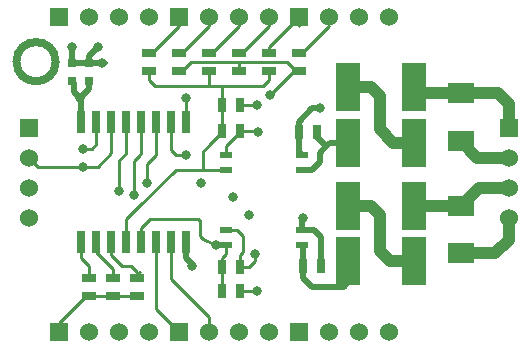
<source format=gtl>
G04 #@! TF.FileFunction,Copper,L1,Top,Signal*
%FSLAX46Y46*%
G04 Gerber Fmt 4.6, Leading zero omitted, Abs format (unit mm)*
G04 Created by KiCad (PCBNEW (2015-01-16 BZR 5376)-product) date 25/06/2015 00:14:29*
%MOMM*%
G01*
G04 APERTURE LIST*
%ADD10C,0.150000*%
%ADD11C,0.381000*%
%ADD12R,0.635000X1.905000*%
%ADD13R,0.635000X1.143000*%
%ADD14R,1.143000X0.635000*%
%ADD15R,1.524000X1.524000*%
%ADD16C,1.524000*%
%ADD17R,2.199640X1.800860*%
%ADD18R,2.032000X4.064000*%
%ADD19R,0.998220X0.497840*%
%ADD20R,0.750000X0.800000*%
%ADD21C,0.800100*%
%ADD22C,0.254000*%
%ADD23C,0.508000*%
%ADD24C,1.000760*%
G04 APERTURE END LIST*
D10*
D11*
X88524080Y-49530000D02*
G75*
G03X88524080Y-49530000I-1529080J0D01*
G01*
X88785700Y-49530000D02*
G75*
G03X88785700Y-49530000I-1790700J0D01*
G01*
D12*
X90805000Y-64770000D03*
X92075000Y-64770000D03*
X93345000Y-64770000D03*
X94615000Y-64770000D03*
X95885000Y-64770000D03*
X97155000Y-64770000D03*
X98425000Y-64770000D03*
X99695000Y-64770000D03*
X99695000Y-54610000D03*
X98425000Y-54610000D03*
X97155000Y-54610000D03*
X95885000Y-54610000D03*
X94615000Y-54610000D03*
X93345000Y-54610000D03*
X92075000Y-54610000D03*
X90805000Y-54610000D03*
D13*
X102743000Y-66929000D03*
X104267000Y-66929000D03*
X104267000Y-68961000D03*
X102743000Y-68961000D03*
X102743000Y-55372000D03*
X104267000Y-55372000D03*
X104267000Y-53213000D03*
X102743000Y-53213000D03*
D14*
X91440000Y-69342000D03*
X91440000Y-67818000D03*
X93472000Y-69342000D03*
X93472000Y-67818000D03*
X95504000Y-69342000D03*
X95504000Y-67818000D03*
X96520000Y-48768000D03*
X96520000Y-50292000D03*
X99060000Y-48768000D03*
X99060000Y-50292000D03*
X101600000Y-48768000D03*
X101600000Y-50292000D03*
X104140000Y-48768000D03*
X104140000Y-50292000D03*
X106680000Y-48768000D03*
X106680000Y-50292000D03*
X109220000Y-48768000D03*
X109220000Y-50292000D03*
D15*
X127000000Y-55118000D03*
D16*
X127000000Y-57658000D03*
X127000000Y-60198000D03*
X127000000Y-62738000D03*
D15*
X109220000Y-45720000D03*
D16*
X111760000Y-45720000D03*
X114300000Y-45720000D03*
X116840000Y-45720000D03*
D15*
X99060000Y-45720000D03*
D16*
X101600000Y-45720000D03*
X104140000Y-45720000D03*
X106680000Y-45720000D03*
D15*
X88900000Y-45720000D03*
D16*
X91440000Y-45720000D03*
X93980000Y-45720000D03*
X96520000Y-45720000D03*
D15*
X109220000Y-72390000D03*
D16*
X111760000Y-72390000D03*
X114300000Y-72390000D03*
X116840000Y-72390000D03*
D15*
X99060000Y-72390000D03*
D16*
X101600000Y-72390000D03*
X104140000Y-72390000D03*
X106680000Y-72390000D03*
D15*
X88900000Y-72390000D03*
D16*
X91440000Y-72390000D03*
X93980000Y-72390000D03*
X96520000Y-72390000D03*
D15*
X86360000Y-55118000D03*
D16*
X86360000Y-57658000D03*
X86360000Y-60198000D03*
X86360000Y-62738000D03*
D17*
X122936000Y-65760600D03*
X122936000Y-61747400D03*
X122936000Y-56235600D03*
X122936000Y-52222400D03*
D18*
X113411000Y-66421000D03*
X118999000Y-66421000D03*
X113411000Y-61722000D03*
X118999000Y-61722000D03*
X113411000Y-51689000D03*
X118999000Y-51689000D03*
X113411000Y-56388000D03*
X118999000Y-56388000D03*
D13*
X111125000Y-66802000D03*
X109601000Y-66802000D03*
X109220000Y-55499000D03*
X110744000Y-55499000D03*
D19*
X109537500Y-58674000D03*
X109537500Y-57404000D03*
X103060500Y-57404000D03*
X103060500Y-58674000D03*
X109537500Y-65024000D03*
X109537500Y-63754000D03*
X103060500Y-63754000D03*
X103060500Y-65024000D03*
D20*
X91440000Y-51169000D03*
X91440000Y-49669000D03*
X90043000Y-51169000D03*
X90043000Y-49669000D03*
D21*
X105029000Y-62484000D03*
X93980000Y-60452000D03*
X90932000Y-58420000D03*
X90932000Y-56896000D03*
X110998000Y-53467000D03*
X102235000Y-65024000D03*
X106807000Y-52324000D03*
X109601000Y-62738000D03*
X99695000Y-52578000D03*
X99695000Y-57404000D03*
X100965000Y-59817000D03*
X96393000Y-59817000D03*
X95250000Y-60833000D03*
X103632000Y-60960000D03*
X92571000Y-49669000D03*
X92202000Y-48260000D03*
X105537000Y-65786000D03*
X100203000Y-66802000D03*
X105791000Y-55499000D03*
X90043000Y-48260000D03*
X90678000Y-52578000D03*
X105664000Y-68961000D03*
X105664000Y-53213000D03*
D22*
X94615000Y-57277000D02*
X93980000Y-57912000D01*
X93980000Y-58547000D02*
X93980000Y-60452000D01*
X94615000Y-54610000D02*
X94615000Y-57277000D01*
X93980000Y-57912000D02*
X93980000Y-58547000D01*
X93345000Y-56388000D02*
X93345000Y-54610000D01*
X93345000Y-54610000D02*
X93345000Y-56388000D01*
X92202000Y-58420000D02*
X93345000Y-57277000D01*
X90932000Y-58420000D02*
X92202000Y-58420000D01*
X93345000Y-57277000D02*
X93345000Y-54610000D01*
X87122000Y-58420000D02*
X86360000Y-57658000D01*
X90932000Y-58420000D02*
X87122000Y-58420000D01*
X92075000Y-56515000D02*
X92075000Y-54610000D01*
X90932000Y-56896000D02*
X91694000Y-56896000D01*
X91694000Y-56896000D02*
X92075000Y-56515000D01*
X102743000Y-53213000D02*
X102743000Y-51562000D01*
X104902000Y-51562000D02*
X106172000Y-51562000D01*
X102743000Y-51562000D02*
X104902000Y-51562000D01*
X106172000Y-51562000D02*
X106680000Y-51054000D01*
X106680000Y-51054000D02*
X106680000Y-50292000D01*
X101727000Y-56515000D02*
X101092000Y-57150000D01*
X101092000Y-57150000D02*
X101092000Y-58674000D01*
X103060500Y-58674000D02*
X101092000Y-58674000D01*
X101092000Y-58674000D02*
X98806000Y-58674000D01*
X94615000Y-62865000D02*
X94615000Y-64770000D01*
X95631000Y-61849000D02*
X94615000Y-62865000D01*
X98806000Y-58674000D02*
X95631000Y-61849000D01*
X102743000Y-55372000D02*
X102743000Y-55499000D01*
X102743000Y-55499000D02*
X101727000Y-56515000D01*
X102108000Y-58674000D02*
X103060500Y-58674000D01*
X102743000Y-53213000D02*
X102743000Y-55372000D01*
X97028000Y-51562000D02*
X101600000Y-51562000D01*
X101600000Y-50292000D02*
X101600000Y-51562000D01*
X96520000Y-51054000D02*
X97028000Y-51562000D01*
X96520000Y-50292000D02*
X96520000Y-51054000D01*
X101600000Y-51562000D02*
X102743000Y-51562000D01*
D23*
X109220000Y-55499000D02*
X109220000Y-54610000D01*
X110363000Y-53467000D02*
X110998000Y-53467000D01*
X109220000Y-54610000D02*
X110363000Y-53467000D01*
X109220000Y-55499000D02*
X109220000Y-57086500D01*
X109220000Y-57086500D02*
X109537500Y-57404000D01*
D24*
X127000000Y-57658000D02*
X124358400Y-57658000D01*
X124358400Y-57658000D02*
X122936000Y-56235600D01*
X122936000Y-52222400D02*
X119532400Y-52222400D01*
X119532400Y-52222400D02*
X118999000Y-51689000D01*
X127000000Y-55118000D02*
X127000000Y-53086000D01*
X126136400Y-52222400D02*
X122936000Y-52222400D01*
X127000000Y-53086000D02*
X126136400Y-52222400D01*
D22*
X106807000Y-52324000D02*
X108839000Y-50292000D01*
X108839000Y-50292000D02*
X109220000Y-50292000D01*
X100838000Y-62928500D02*
X100838000Y-64262000D01*
X100838000Y-64262000D02*
X101092000Y-64516000D01*
X100774500Y-62928500D02*
X100838000Y-62928500D01*
X96647000Y-62865000D02*
X100076000Y-62865000D01*
X95885000Y-64770000D02*
X95885000Y-63627000D01*
X96647000Y-62865000D02*
X95885000Y-63627000D01*
X102235000Y-65024000D02*
X103060500Y-65024000D01*
X101092000Y-64516000D02*
X102235000Y-65024000D01*
X100711000Y-62865000D02*
X100774500Y-62928500D01*
X100076000Y-62865000D02*
X100711000Y-62865000D01*
X102743000Y-66929000D02*
X102743000Y-66167000D01*
X103060500Y-65849500D02*
X103060500Y-65024000D01*
X102743000Y-66167000D02*
X103060500Y-65849500D01*
X102743000Y-68961000D02*
X102743000Y-66929000D01*
X100076000Y-49530000D02*
X104140000Y-49530000D01*
X108966000Y-50292000D02*
X109220000Y-50292000D01*
X99060000Y-50292000D02*
X99314000Y-50292000D01*
X104140000Y-49530000D02*
X108204000Y-49530000D01*
X108204000Y-49530000D02*
X108966000Y-50292000D01*
X99314000Y-50292000D02*
X100076000Y-49530000D01*
X104140000Y-50292000D02*
X104140000Y-49530000D01*
X109474000Y-50292000D02*
X109220000Y-50292000D01*
D23*
X109537500Y-63754000D02*
X109537500Y-62801500D01*
X109537500Y-62801500D02*
X109601000Y-62738000D01*
X111125000Y-66802000D02*
X111125000Y-64389000D01*
X110490000Y-63754000D02*
X109537500Y-63754000D01*
X111125000Y-64389000D02*
X110490000Y-63754000D01*
D24*
X127000000Y-62738000D02*
X127000000Y-64643000D01*
X125882400Y-65760600D02*
X122936000Y-65760600D01*
X127000000Y-64643000D02*
X125882400Y-65760600D01*
X122936000Y-61747400D02*
X119024400Y-61747400D01*
X119024400Y-61747400D02*
X118999000Y-61722000D01*
X127000000Y-60198000D02*
X124485400Y-60198000D01*
X124485400Y-60198000D02*
X122936000Y-61747400D01*
D22*
X97155000Y-70358000D02*
X97155000Y-70485000D01*
X97155000Y-70485000D02*
X99060000Y-72390000D01*
X96520000Y-48768000D02*
X96774000Y-48768000D01*
X97155000Y-70485000D02*
X99060000Y-72390000D01*
X97155000Y-64770000D02*
X97155000Y-70485000D01*
X99060000Y-46482000D02*
X99060000Y-45720000D01*
X98425000Y-71755000D02*
X99060000Y-72390000D01*
X96774000Y-48768000D02*
X99060000Y-46482000D01*
X98425000Y-67945000D02*
X101600000Y-71120000D01*
X99060000Y-48768000D02*
X99314000Y-48768000D01*
X98425000Y-64770000D02*
X98425000Y-67945000D01*
X101600000Y-71120000D02*
X101600000Y-72390000D01*
X99314000Y-48768000D02*
X101600000Y-46482000D01*
X101600000Y-46482000D02*
X101600000Y-45720000D01*
X99695000Y-54610000D02*
X99695000Y-52578000D01*
X104140000Y-46482000D02*
X104140000Y-45720000D01*
X101854000Y-48768000D02*
X104140000Y-46482000D01*
X101600000Y-48768000D02*
X101854000Y-48768000D01*
X99695000Y-54610000D02*
X99695000Y-52959000D01*
X98806000Y-57404000D02*
X99695000Y-57404000D01*
X98425000Y-57023000D02*
X98806000Y-57404000D01*
X98425000Y-54610000D02*
X98425000Y-57023000D01*
X106680000Y-46482000D02*
X106680000Y-45720000D01*
X104140000Y-48768000D02*
X104394000Y-48768000D01*
X104394000Y-48768000D02*
X106680000Y-46482000D01*
X97155000Y-57404000D02*
X96393000Y-58166000D01*
X96393000Y-58166000D02*
X96393000Y-59817000D01*
X106680000Y-48768000D02*
X106934000Y-48768000D01*
X97155000Y-54610000D02*
X97155000Y-57404000D01*
X106680000Y-48768000D02*
X106680000Y-48260000D01*
X96393000Y-59817000D02*
X96393000Y-59563000D01*
X109220000Y-46482000D02*
X109220000Y-45720000D01*
X106680000Y-48260000D02*
X109220000Y-45720000D01*
X95758000Y-57404000D02*
X95885000Y-57277000D01*
X95885000Y-57277000D02*
X95885000Y-54610000D01*
X95250000Y-58547000D02*
X95250000Y-60833000D01*
X95250000Y-57912000D02*
X95250000Y-58547000D01*
X95758000Y-57404000D02*
X95250000Y-57912000D01*
X109474000Y-48768000D02*
X111760000Y-46482000D01*
X109220000Y-48768000D02*
X109474000Y-48768000D01*
D23*
X91440000Y-49669000D02*
X92825000Y-49669000D01*
D22*
X92825000Y-49669000D02*
X92571000Y-49669000D01*
D23*
X91440000Y-49669000D02*
X91440000Y-49022000D01*
X91440000Y-49022000D02*
X92202000Y-48260000D01*
X90043000Y-49669000D02*
X91440000Y-49669000D01*
D22*
X105537000Y-65786000D02*
X105537000Y-66421000D01*
X105029000Y-66929000D02*
X104267000Y-66929000D01*
X105537000Y-66421000D02*
X105029000Y-66929000D01*
X104521000Y-65405000D02*
X104521000Y-65659000D01*
X104521000Y-65659000D02*
X104267000Y-65913000D01*
X104521000Y-64262000D02*
X104521000Y-64897000D01*
X104013000Y-63754000D02*
X104521000Y-64262000D01*
X100203000Y-66802000D02*
X100203000Y-66675000D01*
D23*
X99695000Y-66167000D02*
X99695000Y-64770000D01*
X100203000Y-66675000D02*
X99695000Y-66167000D01*
D22*
X104267000Y-55372000D02*
X105664000Y-55372000D01*
X105664000Y-55372000D02*
X105791000Y-55499000D01*
X103060500Y-57404000D02*
X103060500Y-56705500D01*
X103060500Y-56705500D02*
X104267000Y-55499000D01*
X104267000Y-55499000D02*
X104267000Y-55372000D01*
X104267000Y-66929000D02*
X104267000Y-65913000D01*
X104521000Y-65405000D02*
X104521000Y-64897000D01*
X104013000Y-63754000D02*
X103060500Y-63754000D01*
X104521000Y-64897000D02*
X104521000Y-64389000D01*
X104521000Y-64389000D02*
X104521000Y-64262000D01*
D23*
X90043000Y-49669000D02*
X90043000Y-48260000D01*
X90678000Y-52578000D02*
X90170000Y-52070000D01*
X90170000Y-52070000D02*
X90170000Y-51296000D01*
D22*
X90170000Y-51296000D02*
X90043000Y-51169000D01*
D23*
X91440000Y-51169000D02*
X91440000Y-51816000D01*
D22*
X90805000Y-52705000D02*
X90678000Y-52578000D01*
D23*
X90805000Y-52705000D02*
X90805000Y-54610000D01*
X91440000Y-51816000D02*
X90678000Y-52578000D01*
D22*
X104267000Y-68961000D02*
X105664000Y-68961000D01*
X104267000Y-53213000D02*
X105664000Y-53213000D01*
X93472000Y-69342000D02*
X91440000Y-69342000D01*
X95504000Y-69342000D02*
X93472000Y-69342000D01*
X91186000Y-69342000D02*
X88900000Y-71628000D01*
X88900000Y-71628000D02*
X88900000Y-72390000D01*
X91440000Y-69342000D02*
X91186000Y-69342000D01*
D23*
X110744000Y-55499000D02*
X110744000Y-55880000D01*
X110744000Y-55880000D02*
X111569500Y-56705500D01*
X109537500Y-58674000D02*
X110363000Y-58674000D01*
X111887000Y-56388000D02*
X113411000Y-56388000D01*
X110998000Y-57277000D02*
X111569500Y-56705500D01*
X111569500Y-56705500D02*
X111887000Y-56388000D01*
X110998000Y-58039000D02*
X110998000Y-57277000D01*
X110363000Y-58674000D02*
X110998000Y-58039000D01*
X109601000Y-66802000D02*
X109601000Y-67818000D01*
X113030000Y-68580000D02*
X113411000Y-68199000D01*
X110363000Y-68580000D02*
X113030000Y-68580000D01*
X109601000Y-67818000D02*
X110363000Y-68580000D01*
X113411000Y-68199000D02*
X113411000Y-66421000D01*
X109601000Y-66802000D02*
X109601000Y-65087500D01*
X109601000Y-65087500D02*
X109537500Y-65024000D01*
D22*
X95504000Y-67818000D02*
X95250000Y-67818000D01*
X95504000Y-67564000D02*
X95758000Y-67310000D01*
X93345000Y-64770000D02*
X93345000Y-65913000D01*
X93345000Y-65913000D02*
X94234000Y-66802000D01*
X94234000Y-66802000D02*
X94996000Y-66802000D01*
X94996000Y-66802000D02*
X95504000Y-67310000D01*
X95504000Y-67310000D02*
X95504000Y-67818000D01*
X95504000Y-67818000D02*
X95504000Y-67564000D01*
X93472000Y-67056000D02*
X92075000Y-65659000D01*
X92075000Y-65659000D02*
X92075000Y-64770000D01*
X93472000Y-67818000D02*
X93472000Y-67056000D01*
X91440000Y-67818000D02*
X91440000Y-66802000D01*
X90805000Y-66167000D02*
X90805000Y-64770000D01*
X91440000Y-66802000D02*
X90805000Y-66167000D01*
D24*
X118999000Y-56388000D02*
X117221000Y-56388000D01*
X115316000Y-51689000D02*
X113411000Y-51689000D01*
X116078000Y-52451000D02*
X115316000Y-51689000D01*
X116078000Y-55245000D02*
X116078000Y-52451000D01*
X117221000Y-56388000D02*
X116078000Y-55245000D01*
X118999000Y-66421000D02*
X116967000Y-66421000D01*
X115316000Y-61722000D02*
X113411000Y-61722000D01*
X116078000Y-62484000D02*
X115316000Y-61722000D01*
X116078000Y-65532000D02*
X116078000Y-62484000D01*
X116967000Y-66421000D02*
X116078000Y-65532000D01*
M02*

</source>
